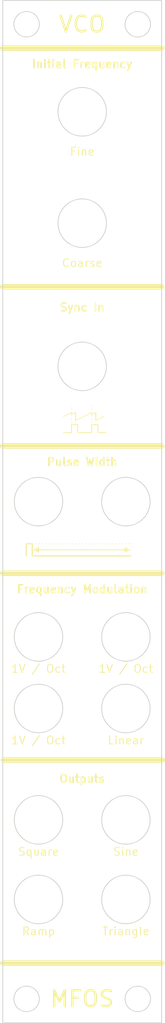
<source format=kicad_pcb>
(kicad_pcb (version 20221018) (generator pcbnew)

  (general
    (thickness 1.6)
  )

  (paper "A4")
  (layers
    (0 "F.Cu" signal)
    (31 "B.Cu" signal)
    (32 "B.Adhes" user "B.Adhesive")
    (33 "F.Adhes" user "F.Adhesive")
    (34 "B.Paste" user)
    (35 "F.Paste" user)
    (36 "B.SilkS" user "B.Silkscreen")
    (37 "F.SilkS" user "F.Silkscreen")
    (38 "B.Mask" user)
    (39 "F.Mask" user)
    (40 "Dwgs.User" user "User.Drawings")
    (41 "Cmts.User" user "User.Comments")
    (42 "Eco1.User" user "User.Eco1")
    (43 "Eco2.User" user "User.Eco2")
    (44 "Edge.Cuts" user)
    (45 "Margin" user)
    (46 "B.CrtYd" user "B.Courtyard")
    (47 "F.CrtYd" user "F.Courtyard")
    (48 "B.Fab" user)
    (49 "F.Fab" user)
    (50 "User.1" user)
    (51 "User.2" user)
    (52 "User.3" user)
    (53 "User.4" user)
    (54 "User.5" user)
    (55 "User.6" user)
    (56 "User.7" user)
    (57 "User.8" user)
    (58 "User.9" user)
  )

  (setup
    (pad_to_mask_clearance 0)
    (pcbplotparams
      (layerselection 0x00010fc_ffffffff)
      (plot_on_all_layers_selection 0x0000000_00000000)
      (disableapertmacros false)
      (usegerberextensions false)
      (usegerberattributes true)
      (usegerberadvancedattributes true)
      (creategerberjobfile true)
      (dashed_line_dash_ratio 12.000000)
      (dashed_line_gap_ratio 3.000000)
      (svgprecision 4)
      (plotframeref false)
      (viasonmask false)
      (mode 1)
      (useauxorigin false)
      (hpglpennumber 1)
      (hpglpenspeed 20)
      (hpglpendiameter 15.000000)
      (dxfpolygonmode true)
      (dxfimperialunits true)
      (dxfusepcbnewfont true)
      (psnegative false)
      (psa4output false)
      (plotreference true)
      (plotvalue true)
      (plotinvisibletext false)
      (sketchpadsonfab false)
      (subtractmaskfromsilk false)
      (outputformat 1)
      (mirror false)
      (drillshape 1)
      (scaleselection 1)
      (outputdirectory "")
    )
  )

  (net 0 "")

  (gr_line (start 21.971 83.058) (end 33.909 83.058)
    (stroke (width 0.1) (type default)) (layer "F.SilkS") (tstamp 0dcea6bc-9654-4fd5-9188-83b5973a02d2))
  (gr_line (start 20.955 83.82) (end 20.955 82.296)
    (stroke (width 0.15) (type default)) (layer "F.SilkS") (tstamp 169dbc25-5f55-4678-b064-71b6a100b714))
  (gr_line (start 29.972 67.31) (end 29.972 68.326)
    (stroke (width 0.1) (type default)) (layer "F.SilkS") (tstamp 176ff2ef-6783-462c-b57d-94fdfa10c15b))
  (gr_poly
    (pts
      (xy 21.971 83.058)
      (xy 22.479 82.804)
      (xy 22.479 83.312)
    )

    (stroke (width 0.15) (type solid)) (fill solid) (layer "F.SilkS") (tstamp 1b0abffb-0f97-4662-8580-b734ba4b63fa))
  (gr_line (start 18 135) (end 38 135)
    (stroke (width 0.7) (type default)) (layer "F.SilkS") (tstamp 265554c0-e3e0-4829-ba11-ad5662f9f935))
  (gr_line (start 29.21 66.04) (end 29.718 65.786)
    (stroke (width 0.1) (type default)) (layer "F.SilkS") (tstamp 2e32ee61-a81a-49c3-96d7-3a5ff1afbbcb))
  (gr_line (start 26.67 65.786) (end 26.67 66.04)
    (stroke (width 0.1) (type default)) (layer "F.SilkS") (tstamp 3c160c0d-d366-419e-a198-9604977981e3))
  (gr_line (start 29.718 66.802) (end 30.734 66.294)
    (stroke (width 0.1) (type default)) (layer "F.SilkS") (tstamp 3def632b-24ed-4607-bf38-7da7da9d424b))
  (gr_line (start 21.717 83.82) (end 34.163 83.82)
    (stroke (width 0.15) (type default)) (layer "F.SilkS") (tstamp 46d781ab-6608-47ae-b4fc-2676e4dc8e12))
  (gr_line (start 21.717 82.296) (end 21.717 83.82)
    (stroke (width 0.15) (type default)) (layer "F.SilkS") (tstamp 576d769c-52ee-4db6-aa7c-386d36182eff))
  (gr_line (start 27.432 67.31) (end 27.432 68.326)
    (stroke (width 0.1) (type default)) (layer "F.SilkS") (tstamp 599ae22b-59cc-4f6d-ad45-6aa75afb9ff3))
  (gr_line (start 18 20) (end 38 20)
    (stroke (width 0.7) (type default)) (layer "F.SilkS") (tstamp 5a2fa0dc-0d07-491d-a29c-21413335d727))
  (gr_line (start 27.178 66.802) (end 29.21 65.786)
    (stroke (width 0.1) (type default)) (layer "F.SilkS") (tstamp 5fb043e3-c072-4273-ba45-80db5371ee37))
  (gr_line (start 29.718 65.786) (end 29.718 66.802)
    (stroke (width 0.1) (type default)) (layer "F.SilkS") (tstamp 647079eb-f5d1-4176-997f-a4ec41ef267a))
  (gr_poly
    (pts
      (xy 33.909 83.058)
      (xy 33.401 82.804)
      (xy 33.401 83.312)
    )

    (stroke (width 0.15) (type solid)) (fill solid) (layer "F.SilkS") (tstamp 760697de-680d-4c32-8f4f-498d67cf4bb8))
  (gr_line (start 29.21 68.326) (end 29.21 67.31)
    (stroke (width 0.1) (type default)) (layer "F.SilkS") (tstamp 823f9735-44af-4107-a21c-f448577483b3))
  (gr_line (start 18 70) (end 38 70)
    (stroke (width 0.7) (type default)) (layer "F.SilkS") (tstamp 89c15be3-cf4c-4ff4-8d5f-6fc0ddb730a9))
  (gr_line (start 25.654 68.326) (end 26.67 68.326)
    (stroke (width 0.1) (type default)) (layer "F.SilkS") (tstamp 8a68e4bd-3a41-4eb7-9e58-eb3377260e72))
  (gr_line (start 26.67 66.04) (end 27.178 65.786)
    (stroke (width 0.1) (type default)) (layer "F.SilkS") (tstamp 9129824e-a9ab-4f1f-b2c7-574681c0f804))
  (gr_line (start 29.21 65.786) (end 29.21 66.04)
    (stroke (width 0.1) (type default)) (layer "F.SilkS") (tstamp 91ab9781-88ea-4ee6-9df9-c3f911a9de6e))
  (gr_line (start 29.972 68.326) (end 30.988 68.326)
    (stroke (width 0.1) (type default)) (layer "F.SilkS") (tstamp a20e58ec-a412-4e5b-b0ea-0d708da11f26))
  (gr_line (start 27.178 65.786) (end 27.178 66.802)
    (stroke (width 0.1) (type default)) (layer "F.SilkS") (tstamp a3ef787c-7e33-4118-b9f9-cba485a04a90))
  (gr_line (start 21.717 82.296) (end 34.163 82.296)
    (stroke (width 0.1) (type dot)) (layer "F.SilkS") (tstamp a5ccc2d1-ba9b-417f-aac7-d4006579a359))
  (gr_line (start 20.955 82.296) (end 21.717 82.296)
    (stroke (width 0.15) (type default)) (layer "F.SilkS") (tstamp a64be001-f08e-48a6-97c6-b50e04158c66))
  (gr_line (start 18 50) (end 38 50)
    (stroke (width 0.7) (type default)) (layer "F.SilkS") (tstamp ae1caadf-ea84-4679-9916-672c91546599))
  (gr_line (start 34.163 82.296) (end 34.163 83.82)
    (stroke (width 0.1) (type dot)) (layer "F.SilkS") (tstamp b8a67ce8-9e67-4ec2-9934-8cae6b053d9e))
  (gr_line (start 26.67 67.056) (end 26.67 64.77)
    (stroke (width 0.1) (type dot)) (layer "F.SilkS") (tstamp be0b9582-b2c9-4a54-a7f4-bffa3e7d97f4))
  (gr_line (start 25.654 66.294) (end 26.67 65.786)
    (stroke (width 0.1) (type default)) (layer "F.SilkS") (tstamp be7f5f2c-878c-428e-8e1b-b12efc6f6881))
  (gr_line (start 18.1 109.474) (end 38.1 109.474)
    (stroke (width 0.7) (type default)) (layer "F.SilkS") (tstamp cd88292d-d216-4a2a-9c2f-fa841dbfc2f6))
  (gr_line (start 29.21 67.056) (end 29.21 64.77)
    (stroke (width 0.1) (type dot)) (layer "F.SilkS") (tstamp d38cf5fe-5aea-4cfa-8538-d8d3877abdae))
  (gr_line (start 27.432 68.326) (end 29.21 68.326)
    (stroke (width 0.1) (type default)) (layer "F.SilkS") (tstamp da3b6ba0-a764-4fb0-9382-fb0f1bfcdd6a))
  (gr_line (start 26.67 68.326) (end 26.67 67.31)
    (stroke (width 0.1) (type default)) (layer "F.SilkS") (tstamp e1e9c5b2-0ab9-4b8c-94fe-abb26856f2ab))
  (gr_line (start 26.67 67.31) (end 27.432 67.31)
    (stroke (width 0.1) (type default)) (layer "F.SilkS") (tstamp f9019125-22a5-462f-80c7-2b08f1d7e91e))
  (gr_line (start 18 86) (end 38 86)
    (stroke (width 0.7) (type default)) (layer "F.SilkS") (tstamp f93aaa6b-5c77-4ede-bc8a-034f783e11e2))
  (gr_line (start 29.21 67.31) (end 29.972 67.31)
    (stroke (width 0.1) (type default)) (layer "F.SilkS") (tstamp f9a3313c-d383-4d0c-a0bc-025f183cc334))
  (gr_circle (center 22.5 103) (end 25.55 103)
    (stroke (width 0.1) (type default)) (fill none) (layer "Edge.Cuts") (tstamp 089b5dd4-0a61-4b74-b8c7-49b3b6ab4857))
  (gr_circle (center 28 28) (end 31.05 28)
    (stroke (width 0.1) (type default)) (fill none) (layer "Edge.Cuts") (tstamp 1e91893f-9cb8-4a59-b114-28f98eba4122))
  (gr_circle (center 33.5 117) (end 36.55 117)
    (stroke (width 0.1) (type default)) (fill none) (layer "Edge.Cuts") (tstamp 25341876-62c1-4023-948f-162bcf6fbb91))
  (gr_circle (center 33.5 94) (end 36.55 94)
    (stroke (width 0.1) (type default)) (fill none) (layer "Edge.Cuts") (tstamp 2fd0aaed-0a7f-4f7a-b585-1a5ab10614bd))
  (gr_circle (center 28 42) (end 31.05 42)
    (stroke (width 0.1) (type default)) (fill none) (layer "Edge.Cuts") (tstamp 3c96715a-d34c-40d6-966f-8bbae4330bc9))
  (gr_circle (center 21 17) (end 22.6 17)
    (stroke (width 0.1) (type default)) (fill none) (layer "Edge.Cuts") (tstamp 4c7d641c-7958-4af3-8692-f97d25f70bd5))
  (gr_circle (center 22.5 127) (end 25.55 127)
    (stroke (width 0.1) (type default)) (fill none) (layer "Edge.Cuts") (tstamp 59acff47-3bc3-40ef-ae5d-31a44b441a87))
  (gr_circle (center 21 139.5) (end 22.6 139.5)
    (stroke (width 0.1) (type default)) (fill none) (layer "Edge.Cuts") (tstamp 682fc46c-4510-47b0-883c-8eaf8db50909))
  (gr_circle (center 22.5 77) (end 25.55 77)
    (stroke (width 0.1) (type default)) (fill none) (layer "Edge.Cuts") (tstamp 6c06c60c-1174-4ebd-a600-8dc523e73097))
  (gr_rect (start 18 14) (end 38 142.5)
    (stroke (width 0.1) (type default)) (fill none) (layer "Edge.Cuts") (tstamp 7f9bf9b1-9486-4ae9-acac-98f8eb4481f9))
  (gr_circle (center 28 60) (end 31.05 60)
    (stroke (width 0.1) (type default)) (fill none) (layer "Edge.Cuts") (tstamp 8f3994fa-a541-47e8-a799-6e04223a4331))
  (gr_circle (center 33.5 103) (end 36.55 103)
    (stroke (width 0.1) (type default)) (fill none) (layer "Edge.Cuts") (tstamp 9c25c5cb-eb32-4b9d-bfc4-804b0aa0a7cc))
  (gr_circle (center 22.5 117) (end 25.55 117)
    (stroke (width 0.1) (type default)) (fill none) (layer "Edge.Cuts") (tstamp af1db509-e6af-4dfc-988d-33fe41bce5d2))
  (gr_circle (center 35 139.5) (end 36.6 139.5)
    (stroke (width 0.1) (type default)) (fill none) (layer "Edge.Cuts") (tstamp bfaf9efb-c1de-4ee4-96a1-1d9af50ad45c))
  (gr_circle (center 35 17) (end 36.6 17)
    (stroke (width 0.1) (type default)) (fill none) (layer "Edge.Cuts") (tstamp c04ae72c-f27d-4ec0-872c-39dd4b61be7d))
  (gr_circle (center 33.5 127) (end 36.55 127)
    (stroke (width 0.1) (type default)) (fill none) (layer "Edge.Cuts") (tstamp c5879da8-b0f9-4135-bd1d-4c4132b85ad5))
  (gr_circle (center 33.5 77) (end 36.55 77)
    (stroke (width 0.1) (type default)) (fill none) (layer "Edge.Cuts") (tstamp da12ed96-a52e-45a0-ad75-d00ecd188e68))
  (gr_circle (center 22.5 94) (end 25.55 94)
    (stroke (width 0.1) (type default)) (fill none) (layer "Edge.Cuts") (tstamp ee34e5b5-e2e7-4556-a8eb-330f332d8601))
  (gr_text "Outputs" (at 28 111.831725) (layer "F.SilkS") (tstamp 03486046-33aa-49e6-b5f4-184b409c0db8)
    (effects (font (size 1 1) (thickness 0.2) bold))
  )
  (gr_text "Frequency Modulation" (at 28 88) (layer "F.SilkS") (tstamp 17300636-ee9e-42de-87fe-38f5335a45b5)
    (effects (font (size 1 1) (thickness 0.2) bold))
  )
  (gr_text "Sync In" (at 28 52.578) (layer "F.SilkS") (tstamp 28a48fe7-38a8-4e4e-8938-118f79353f02)
    (effects (font (size 1 1) (thickness 0.2) bold))
  )
  (gr_text "Sine" (at 33.5 121) (layer "F.SilkS") (tstamp 28dbe8d2-8c1f-4833-a05d-d67b03eac966)
    (effects (font (size 1 1) (thickness 0.125)))
  )
  (gr_text "Coarse" (at 28 47) (layer "F.SilkS") (tstamp 2e230182-97f3-4c46-a398-276bb837b4b4)
    (effects (font (size 1 1) (thickness 0.125)))
  )
  (gr_text "MFOS" (at 28 139.5) (layer "F.SilkS") (tstamp 334c4137-a824-4a64-9d40-46bf88e0989d)
    (effects (font (size 2 2) (thickness 0.3)))
  )
  (gr_text "1V / Oct" (at 22.5 107) (layer "F.SilkS") (tstamp 7d74579b-4817-442c-8123-1bde702685dc)
    (effects (font (size 1 1) (thickness 0.125)))
  )
  (gr_text "1V / Oct" (at 22.5 98) (layer "F.SilkS") (tstamp 7edb0557-8fb8-4165-af34-605441142535)
    (effects (font (size 1 1) (thickness 0.125)))
  )
  (gr_text "1V / Oct" (at 33.5 98) (layer "F.SilkS") (tstamp 847251c3-bcda-448c-8dc7-f969a2de180d)
    (effects (font (size 1 1) (thickness 0.125)))
  )
  (gr_text "Ramp" (at 22.5 131) (layer "F.SilkS") (tstamp 8ebbfc71-a7a8-4a35-af6a-08904a5aa984)
    (effects (font (size 1 1) (thickness 0.125)))
  )
  (gr_text "Fine" (at 28 33) (layer "F.SilkS") (tstamp a3ab0eb1-28f9-4af4-b3bb-ae4b23e24131)
    (effects (font (size 1 1) (thickness 0.125)))
  )
  (gr_text "VCO" (at 28 17) (layer "F.SilkS") (tstamp b0d8cf2b-bc56-4e6e-ae21-1a258a9daf56)
    (effects (font (size 2 2) (thickness 0.3)))
  )
  (gr_text "Pulse Width" (at 28 72) (layer "F.SilkS") (tstamp be54e4e1-2733-4627-89d9-00ac982c91a5)
    (effects (font (size 1 1) (thickness 0.2) bold))
  )
  (gr_text "Square" (at 22.5 121) (layer "F.SilkS") (tstamp bece6e71-73af-435c-a080-b3c7279d3de1)
    (effects (font (size 1 1) (thickness 0.125)))
  )
  (gr_text "Linear" (at 33.5 107) (layer "F.SilkS") (tstamp c885bfc9-d581-4083-979c-7644843caadf)
    (effects (font (size 1 1) (thickness 0.125)))
  )
  (gr_text "Triangle" (at 33.5 131) (layer "F.SilkS") (tstamp ca2c6129-9316-46c3-8750-f73000519b69)
    (effects (font (size 1 1) (thickness 0.125)))
  )
  (gr_text "Initial Frequency" (at 28 22) (layer "F.SilkS") (tstamp eb652c01-83a0-4c77-b1cb-973ef796bf03)
    (effects (font (size 1 1) (thickness 0.2) bold))
  )

  (group "Sync" (id 003b773c-c905-4425-a384-5e71eb15e02e)
    (members
      176ff2ef-6783-462c-b57d-94fdfa10c15b
      2e32ee61-a81a-49c3-96d7-3a5ff1afbbcb
      3c160c0d-d366-419e-a198-9604977981e3
      3def632b-24ed-4607-bf38-7da7da9d424b
      599ae22b-59cc-4f6d-ad45-6aa75afb9ff3
      5fb043e3-c072-4273-ba45-80db5371ee37
      647079eb-f5d1-4176-997f-a4ec41ef267a
      823f9735-44af-4107-a21c-f448577483b3
      8a68e4bd-3a41-4eb7-9e58-eb3377260e72
      9129824e-a9ab-4f1f-b2c7-574681c0f804
      91ab9781-88ea-4ee6-9df9-c3f911a9de6e
      a20e58ec-a412-4e5b-b0ea-0d708da11f26
      a3ef787c-7e33-4118-b9f9-cba485a04a90
      be0b9582-b2c9-4a54-a7f4-bffa3e7d97f4
      be7f5f2c-878c-428e-8e1b-b12efc6f6881
      d38cf5fe-5aea-4cfa-8538-d8d3877abdae
      da3b6ba0-a764-4fb0-9382-fb0f1bfcdd6a
      e1e9c5b2-0ab9-4b8c-94fe-abb26856f2ab
      f9019125-22a5-462f-80c7-2b08f1d7e91e
      f9a3313c-d383-4d0c-a0bc-025f183cc334
    )
  )
  (group "Pulse Width" (id 5452546f-2f28-4b54-a74c-14aa8448e2ed)
    (members
      0dcea6bc-9654-4fd5-9188-83b5973a02d2
      169dbc25-5f55-4678-b064-71b6a100b714
      1b0abffb-0f97-4662-8580-b734ba4b63fa
      46d781ab-6608-47ae-b4fc-2676e4dc8e12
      576d769c-52ee-4db6-aa7c-386d36182eff
      760697de-680d-4c32-8f4f-498d67cf4bb8
      a5ccc2d1-ba9b-417f-aac7-d4006579a359
      a64be001-f08e-48a6-97c6-b50e04158c66
      b8a67ce8-9e67-4ec2-9934-8cae6b053d9e
    )
  )
)

</source>
